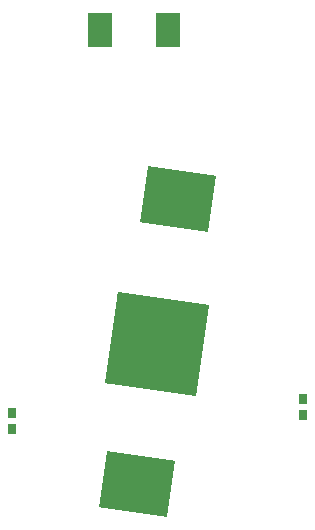
<source format=gbr>
G04 DipTrace 3.3.1.2*
G04 BottomPaste.gbr*
%MOIN*%
G04 #@! TF.FileFunction,Paste,Bot*
G04 #@! TF.Part,Single*
%AMOUTLINE2*
4,1,4,
-0.173598,-0.13044,
-0.13044,0.173598,
0.173598,0.13044,
0.13044,-0.173598,
-0.173598,-0.13044,
0*%
%AMOUTLINE5*
4,1,4,
-0.126319,-0.077504,
-0.099761,0.109598,
0.126319,0.077504,
0.099761,-0.109598,
-0.126319,-0.077504,
0*%
%ADD60R,0.084646X0.114173*%
%ADD62R,0.031496X0.035433*%
%ADD70OUTLINE2*%
%ADD73OUTLINE5*%
%FSLAX26Y26*%
G04*
G70*
G90*
G75*
G01*
G04 BotPaste*
%LPD*%
D62*
X562193Y998495D3*
Y944064D3*
X1531777Y1046213D3*
Y991782D3*
D60*
X1082579Y2275294D3*
X856201D3*
D70*
X1045295Y1229252D3*
D73*
X1113677Y1710999D3*
X978674Y759903D3*
M02*

</source>
